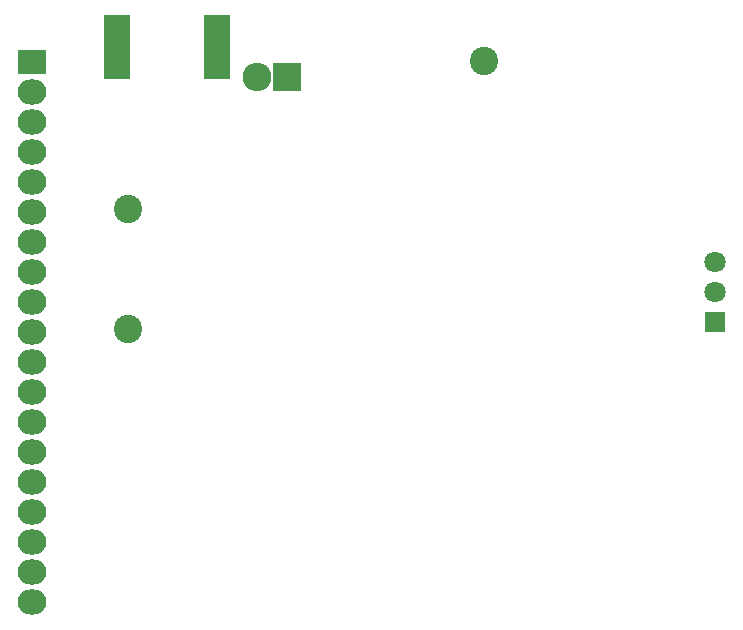
<source format=gbs>
G04 #@! TF.FileFunction,Soldermask,Bot*
%FSLAX46Y46*%
G04 Gerber Fmt 4.6, Leading zero omitted, Abs format (unit mm)*
G04 Created by KiCad (PCBNEW 4.0.6-e0-6349~53~ubuntu16.04.1) date Thu Oct  5 16:52:19 2017*
%MOMM*%
%LPD*%
G01*
G04 APERTURE LIST*
%ADD10C,0.100000*%
%ADD11R,2.432000X2.127200*%
%ADD12O,2.432000X2.127200*%
%ADD13R,2.432000X2.432000*%
%ADD14O,2.432000X2.432000*%
%ADD15R,1.797000X1.797000*%
%ADD16C,1.797000*%
%ADD17C,2.400000*%
%ADD18R,2.178000X5.480000*%
%ADD19C,2.398980*%
G04 APERTURE END LIST*
D10*
D11*
X46990000Y-87630000D03*
D12*
X46990000Y-90170000D03*
X46990000Y-92710000D03*
X46990000Y-95250000D03*
X46990000Y-97790000D03*
X46990000Y-100330000D03*
X46990000Y-102870000D03*
X46990000Y-105410000D03*
X46990000Y-107950000D03*
X46990000Y-110490000D03*
X46990000Y-113030000D03*
X46990000Y-115570000D03*
X46990000Y-118110000D03*
X46990000Y-120650000D03*
X46990000Y-123190000D03*
X46990000Y-125730000D03*
X46990000Y-128270000D03*
X46990000Y-130810000D03*
X46990000Y-133350000D03*
D13*
X68580000Y-88900000D03*
D14*
X66040000Y-88900000D03*
D15*
X104775000Y-109601000D03*
D16*
X104775000Y-107061000D03*
X104775000Y-104521000D03*
D17*
X85217000Y-87503000D03*
D18*
X62674500Y-86360000D03*
X54165500Y-86360000D03*
D19*
X55118000Y-100076000D03*
X55118000Y-110236000D03*
M02*

</source>
